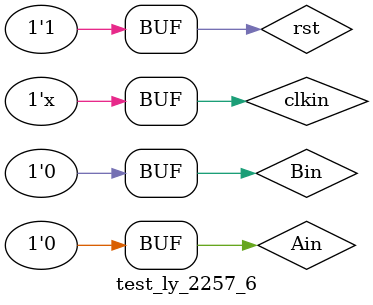
<source format=v>
`timescale 100us/1us //0.1ms一个单位 1kHz~1ms~10
module test_ly_2257_6;
reg Ain,Bin,rst,clkin;
wire [3:0]cnt;
wire [6:0]codeout;
wire A;
wire B;

initial 
begin
	Ain = 0;
	Bin = 0;
	rst = 0;
	clkin = 0;
	#10
	rst = 1;
end

always #5 clkin <= ~clkin;

always 
begin
	#400
	Ain = 0;
	
	#10
	Ain = 1;
	#10
	Ain = 0;
	#10
	Ain = 1;
	#10
	Ain = 0;
	#10
	Ain = 1;
	#10
	Ain = 0;
	#10
	Ain = 1;
	#10
	Ain = 0;
	#10
	Ain = 1;
	#10
	Ain = 0;
	#10
	Ain = 1;
	
	#200
	Ain = 1;
	#200
	Ain = 0;
	#10
	Ain = 1;
	#10;
	Ain = 0;
	#10
	Ain = 1;
	#10;
	Ain = 0;
	#10
	Ain = 1;
	#10;
	Ain = 0;
	#10
	Ain = 1;
	#10;
	Ain = 0;
	#10
	Ain = 1;
	#10;
	Ain = 0;	
	
	#600
	Ain = 0;
	
	#400
	Ain = 0;
	
	#10
	Ain = 1;
	#10
	Ain = 0;
	#10
	Ain = 1;
	#10
	Ain = 0;
	#10
	Ain = 1;
	#10
	Ain = 0;
	#10
	Ain = 1;
	#10
	Ain = 0;
	#10
	Ain = 1;
	#10
	Ain = 0;
	#10
	Ain = 1;
	
	#200
	Ain = 1;
	#200
	Ain = 0;
	#10
	Ain = 1;
	#10;
	Ain = 0;
	#10
	Ain = 1;
	#10;
	Ain = 0;
	#10
	Ain = 1;
	#10;
	Ain = 0;
	#10
	Ain = 1;
	#10;
	Ain = 0;
	#10
	Ain = 1;
	#10;
	Ain = 0;	
	
	#600
	Ain = 0;

//减计数	
	#600
	Ain = 0;
	
	#10
	Ain = 1;
	#10
	Ain = 0;
	#10
	Ain = 1;
	#10
	Ain = 0;
	#10
	Ain = 1;
	#10
	Ain = 0;
	#10
	Ain = 1;
	#10
	Ain = 0;
	#10
	Ain = 1;
	#10
	Ain = 0;
	#10
	Ain = 1;
	
	#200
	Ain = 1;
	#200
	Ain = 0;
	#10
	Ain = 1;
	#10;
	Ain = 0;
	#10
	Ain = 1;
	#10;
	Ain = 0;
	#10
	Ain = 1;
	#10;
	Ain = 0;
	#10
	Ain = 1;
	#10;
	Ain = 0;
	#10
	Ain = 1;
	#10;
	Ain = 0;	
	
	#400
	Ain = 0;	
end

always 
begin
	#600
	Bin = 0;
	
	#10
	Bin = 1;
	#10
	Bin = 0;
	#10
	Bin = 1;
	#10
	Bin = 0;
	#10
	Bin = 1;
	#10
	Bin = 0;
	#10
	Bin = 1;
	#10
	Bin = 0;
	#10
	Bin = 1;
	#10
	Bin = 0;
	#10
	Bin = 1;

	#200
	Bin = 1;
	#200
	Bin = 0;
	#10
	Bin = 1;
	#10
	Bin = 0;
	#10
	Bin = 1;
	#10
	Bin = 0;
	#10
	Bin = 1;
	#10
	Bin = 0;
	#10
	Bin = 1;
	#10
	Bin = 0;
	#10
	Bin = 1;
	#10
	Bin = 0;
	
	#400
	Bin = 0;
	#600
	Bin = 0;
	
	#10
	Bin = 1;
	#10
	Bin = 0;
	#10
	Bin = 1;
	#10
	Bin = 0;
	#10
	Bin = 1;
	#10
	Bin = 0;
	#10
	Bin = 1;
	#10
	Bin = 0;
	#10
	Bin = 1;
	#10
	Bin = 0;
	#10
	Bin = 1;

	#200
	Bin = 1;
	#200
	Bin = 0;
	#10
	Bin = 1;
	#10
	Bin = 0;
	#10
	Bin = 1;
	#10
	Bin = 0;
	#10
	Bin = 1;
	#10
	Bin = 0;
	#10
	Bin = 1;
	#10
	Bin = 0;
	#10
	Bin = 1;
	#10
	Bin = 0;
	
	#400
	Bin = 0;
	
	//减计数
	#400
	Bin = 0;
	
	#10
	Bin = 1;
	#10
	Bin = 0;
	#10
	Bin = 1;
	#10
	Bin = 0;
	#10
	Bin = 1;
	#10
	Bin = 0;
	#10
	Bin = 1;
	#10
	Bin = 0;
	#10
	Bin = 1;
	#10
	Bin = 0;
	#10
	Bin = 1;

	#200
	Bin = 1;
	#200
	Bin = 0;
	#10
	Bin = 1;
	#10
	Bin = 0;
	#10
	Bin = 1;
	#10
	Bin = 0;
	#10
	Bin = 1;
	#10
	Bin = 0;
	#10
	Bin = 1;
	#10
	Bin = 0;
	#10
	Bin = 1;
	#10
	Bin = 0;
	
	#600
	Bin = 0;
end

ly_2257_6 test(
	.Ain		(Ain),
	.Bin		(Bin),
	.clkin	(clkin),
	.rst		(rst),
	.cnt		(cnt),
	.codeout (codeout),
	.A(A),
	.B(B)
	);

endmodule

</source>
